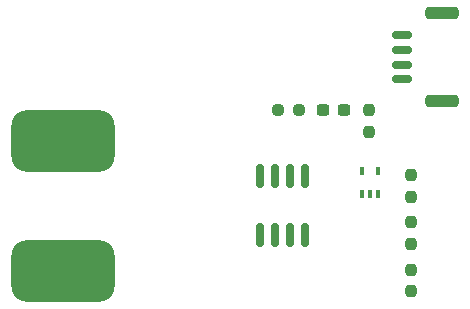
<source format=gbr>
%TF.GenerationSoftware,KiCad,Pcbnew,8.0.8*%
%TF.CreationDate,2025-11-14T22:35:10+01:00*%
%TF.ProjectId,Pomiar pr_du,506f6d69-6172-4207-9072-0564752e6b69,rev?*%
%TF.SameCoordinates,Original*%
%TF.FileFunction,Paste,Top*%
%TF.FilePolarity,Positive*%
%FSLAX46Y46*%
G04 Gerber Fmt 4.6, Leading zero omitted, Abs format (unit mm)*
G04 Created by KiCad (PCBNEW 8.0.8) date 2025-11-14 22:35:10*
%MOMM*%
%LPD*%
G01*
G04 APERTURE LIST*
G04 Aperture macros list*
%AMRoundRect*
0 Rectangle with rounded corners*
0 $1 Rounding radius*
0 $2 $3 $4 $5 $6 $7 $8 $9 X,Y pos of 4 corners*
0 Add a 4 corners polygon primitive as box body*
4,1,4,$2,$3,$4,$5,$6,$7,$8,$9,$2,$3,0*
0 Add four circle primitives for the rounded corners*
1,1,$1+$1,$2,$3*
1,1,$1+$1,$4,$5*
1,1,$1+$1,$6,$7*
1,1,$1+$1,$8,$9*
0 Add four rect primitives between the rounded corners*
20,1,$1+$1,$2,$3,$4,$5,0*
20,1,$1+$1,$4,$5,$6,$7,0*
20,1,$1+$1,$6,$7,$8,$9,0*
20,1,$1+$1,$8,$9,$2,$3,0*%
G04 Aperture macros list end*
%ADD10RoundRect,0.237500X0.237500X-0.250000X0.237500X0.250000X-0.237500X0.250000X-0.237500X-0.250000X0*%
%ADD11RoundRect,0.237500X-0.237500X0.250000X-0.237500X-0.250000X0.237500X-0.250000X0.237500X0.250000X0*%
%ADD12RoundRect,0.237500X0.250000X0.237500X-0.250000X0.237500X-0.250000X-0.237500X0.250000X-0.237500X0*%
%ADD13RoundRect,0.150000X0.150000X-0.825000X0.150000X0.825000X-0.150000X0.825000X-0.150000X-0.825000X0*%
%ADD14RoundRect,0.100000X0.100000X-0.225000X0.100000X0.225000X-0.100000X0.225000X-0.100000X-0.225000X0*%
%ADD15RoundRect,1.300000X-3.075000X1.300000X-3.075000X-1.300000X3.075000X-1.300000X3.075000X1.300000X0*%
%ADD16RoundRect,1.300000X-3.075000X-1.300000X3.075000X-1.300000X3.075000X1.300000X-3.075000X1.300000X0*%
%ADD17RoundRect,0.237500X-0.300000X-0.237500X0.300000X-0.237500X0.300000X0.237500X-0.300000X0.237500X0*%
%ADD18RoundRect,0.150000X-0.700000X0.150000X-0.700000X-0.150000X0.700000X-0.150000X0.700000X0.150000X0*%
%ADD19RoundRect,0.250000X-1.150000X0.250000X-1.150000X-0.250000X1.150000X-0.250000X1.150000X0.250000X0*%
G04 APERTURE END LIST*
D10*
%TO.C,R5*%
X149900000Y-85712500D03*
X149900000Y-83887500D03*
%TD*%
D11*
%TO.C,R2*%
X153480000Y-89405000D03*
X153480000Y-91230000D03*
%TD*%
D12*
%TO.C,R6*%
X144012500Y-83900000D03*
X142187500Y-83900000D03*
%TD*%
D11*
%TO.C,R4*%
X153480000Y-97387500D03*
X153480000Y-99212500D03*
%TD*%
D13*
%TO.C,U1*%
X140690000Y-94450000D03*
X141960000Y-94450000D03*
X143230000Y-94450000D03*
X144500000Y-94450000D03*
X144500000Y-89500000D03*
X143230000Y-89500000D03*
X141960000Y-89500000D03*
X140690000Y-89500000D03*
%TD*%
D14*
%TO.C,U2*%
X149350000Y-90950000D03*
X150000000Y-90950000D03*
X150650000Y-90950000D03*
X150650000Y-89050000D03*
X149350000Y-89050000D03*
%TD*%
D15*
%TO.C,R1*%
X124000000Y-86500000D03*
D16*
X124000000Y-97500000D03*
%TD*%
D17*
%TO.C,C1*%
X146037500Y-83900000D03*
X147762500Y-83900000D03*
%TD*%
D11*
%TO.C,R3*%
X153480000Y-93387500D03*
X153480000Y-95212500D03*
%TD*%
D18*
%TO.C,REF\u002A\u002A*%
X152750000Y-77525000D03*
X152750000Y-78775000D03*
X152750000Y-80025000D03*
X152750000Y-81275000D03*
D19*
X156100000Y-75675000D03*
X156100000Y-83125000D03*
%TD*%
M02*

</source>
